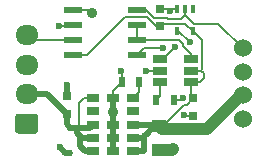
<source format=gtl>
G04 #@! TF.GenerationSoftware,KiCad,Pcbnew,(5.1.10)-1*
G04 #@! TF.CreationDate,2021-11-20T00:47:51+09:00*
G04 #@! TF.ProjectId,M5Stack_UnitV2_DCDC&RS485,4d355374-6163-46b5-9f55-6e697456325f,rev?*
G04 #@! TF.SameCoordinates,Original*
G04 #@! TF.FileFunction,Copper,L1,Top*
G04 #@! TF.FilePolarity,Positive*
%FSLAX46Y46*%
G04 Gerber Fmt 4.6, Leading zero omitted, Abs format (unit mm)*
G04 Created by KiCad (PCBNEW (5.1.10)-1) date 2021-11-20 00:47:51*
%MOMM*%
%LPD*%
G01*
G04 APERTURE LIST*
G04 #@! TA.AperFunction,SMDPad,CuDef*
%ADD10R,0.750000X0.800000*%
G04 #@! TD*
G04 #@! TA.AperFunction,SMDPad,CuDef*
%ADD11R,1.250000X1.000000*%
G04 #@! TD*
G04 #@! TA.AperFunction,SMDPad,CuDef*
%ADD12R,0.450000X0.600000*%
G04 #@! TD*
G04 #@! TA.AperFunction,ComponentPad*
%ADD13C,1.524000*%
G04 #@! TD*
G04 #@! TA.AperFunction,ComponentPad*
%ADD14O,1.950000X1.700000*%
G04 #@! TD*
G04 #@! TA.AperFunction,SMDPad,CuDef*
%ADD15R,0.500000X0.900000*%
G04 #@! TD*
G04 #@! TA.AperFunction,SMDPad,CuDef*
%ADD16R,0.400000X0.650000*%
G04 #@! TD*
G04 #@! TA.AperFunction,SMDPad,CuDef*
%ADD17R,1.220000X0.650000*%
G04 #@! TD*
G04 #@! TA.AperFunction,SMDPad,CuDef*
%ADD18R,1.550000X0.600000*%
G04 #@! TD*
G04 #@! TA.AperFunction,SMDPad,CuDef*
%ADD19R,1.100000X0.700000*%
G04 #@! TD*
G04 #@! TA.AperFunction,ViaPad*
%ADD20C,0.600000*%
G04 #@! TD*
G04 #@! TA.AperFunction,ViaPad*
%ADD21C,0.900000*%
G04 #@! TD*
G04 #@! TA.AperFunction,Conductor*
%ADD22C,0.200000*%
G04 #@! TD*
G04 #@! TA.AperFunction,Conductor*
%ADD23C,1.000000*%
G04 #@! TD*
G04 #@! TA.AperFunction,Conductor*
%ADD24C,0.500000*%
G04 #@! TD*
G04 APERTURE END LIST*
D10*
X135900000Y-54350000D03*
X135900000Y-55850000D03*
X133100000Y-46750000D03*
X133100000Y-48250000D03*
X125200000Y-55650000D03*
X125200000Y-54150000D03*
D11*
X133000000Y-58700000D03*
X133000000Y-56700000D03*
D12*
X125500000Y-58950000D03*
X125500000Y-56850000D03*
D13*
X140100000Y-56100000D03*
X140100000Y-54100000D03*
X140100000Y-52100000D03*
X140100000Y-50100000D03*
G04 #@! TA.AperFunction,ComponentPad*
G36*
G01*
X122525000Y-57350000D02*
X121075000Y-57350000D01*
G75*
G02*
X120825000Y-57100000I0J250000D01*
G01*
X120825000Y-55900000D01*
G75*
G02*
X121075000Y-55650000I250000J0D01*
G01*
X122525000Y-55650000D01*
G75*
G02*
X122775000Y-55900000I0J-250000D01*
G01*
X122775000Y-57100000D01*
G75*
G02*
X122525000Y-57350000I-250000J0D01*
G01*
G37*
G04 #@! TD.AperFunction*
D14*
X121800000Y-54000000D03*
X121800000Y-51500000D03*
X121800000Y-49000000D03*
D15*
X134250000Y-54500000D03*
X132750000Y-54500000D03*
X131350000Y-53000000D03*
X129850000Y-53000000D03*
D16*
X135850000Y-48650000D03*
X134550000Y-48650000D03*
X135200000Y-46750000D03*
X134550000Y-46750000D03*
X135850000Y-46750000D03*
D17*
X135710000Y-51050000D03*
X135710000Y-52000000D03*
X135710000Y-52950000D03*
X133090000Y-52950000D03*
X133090000Y-52000000D03*
X133090000Y-51050000D03*
D18*
X125700000Y-50705000D03*
X125700000Y-49435000D03*
X125700000Y-48165000D03*
X125700000Y-46895000D03*
X131100000Y-46895000D03*
X131100000Y-48165000D03*
X131100000Y-49435000D03*
X131100000Y-50705000D03*
D19*
X129100000Y-57750000D03*
X129100000Y-56600000D03*
X129100000Y-54350000D03*
X130800000Y-54350000D03*
X130800000Y-55450000D03*
X130800000Y-56600000D03*
X130800000Y-57750000D03*
X130800000Y-58850000D03*
X129100000Y-58850000D03*
X127400000Y-58850000D03*
X127400000Y-57750000D03*
X127400000Y-56600000D03*
X127400000Y-55450000D03*
X127400000Y-54350000D03*
D20*
X124600000Y-58500000D03*
X125200000Y-53200000D03*
X134200000Y-58600000D03*
X135100000Y-55800000D03*
X135000000Y-54300000D03*
X131900000Y-52000000D03*
X129800000Y-52000000D03*
D21*
X129100000Y-55500000D03*
X127300000Y-47100000D03*
D20*
X133906290Y-46981296D03*
X133375728Y-50075728D03*
X124500000Y-48200000D03*
X134400000Y-50000000D03*
X135600000Y-49600000D03*
D22*
X133025001Y-48024999D02*
X132800000Y-48250000D01*
X135850000Y-48650000D02*
X135224999Y-48024999D01*
X125700000Y-50705000D02*
X126944998Y-50705000D01*
X126944998Y-50705000D02*
X130149998Y-47500000D01*
X132719298Y-48250000D02*
X133000000Y-48250000D01*
X130149998Y-47500000D02*
X131969298Y-47500000D01*
X131969298Y-47500000D02*
X132719298Y-48250000D01*
X133325001Y-48024999D02*
X133100000Y-48250000D01*
X135224999Y-48024999D02*
X133325001Y-48024999D01*
X135900000Y-53140000D02*
X135710000Y-52950000D01*
X135710000Y-52950000D02*
X136450000Y-52950000D01*
X136450000Y-52950000D02*
X136800000Y-52600000D01*
X136800000Y-52600000D02*
X136800000Y-52200000D01*
X136600000Y-52000000D02*
X135710000Y-52000000D01*
X136800000Y-52200000D02*
X136600000Y-52000000D01*
D23*
X139936238Y-54100000D02*
X140100000Y-54100000D01*
D24*
X132500000Y-56600000D02*
X132600000Y-56700000D01*
X130800000Y-56600000D02*
X132500000Y-56600000D01*
X130800000Y-57750000D02*
X131550000Y-57750000D01*
D23*
X133250001Y-56950001D02*
X137086237Y-56950001D01*
X137086237Y-56950001D02*
X139936238Y-54100000D01*
X133000000Y-56700000D02*
X133250001Y-56950001D01*
D22*
X135710000Y-54160000D02*
X135900000Y-54350000D01*
X135710000Y-52950000D02*
X135710000Y-54160000D01*
X136620001Y-49420001D02*
X135850000Y-48650000D01*
X136620001Y-51899999D02*
X136620001Y-49420001D01*
X136520000Y-52000000D02*
X136620001Y-51899999D01*
X135710000Y-52000000D02*
X136520000Y-52000000D01*
D24*
X130800000Y-58850000D02*
X131750000Y-58850000D01*
X131750000Y-57550000D02*
X131950000Y-57350000D01*
X131750000Y-58850000D02*
X131750000Y-57550000D01*
X131950000Y-57350000D02*
X132600000Y-56700000D01*
X131550000Y-57750000D02*
X131950000Y-57350000D01*
D22*
X135111994Y-54900002D02*
X133311996Y-56700000D01*
X135900000Y-54350000D02*
X135349998Y-54900002D01*
X135349998Y-54900002D02*
X135111994Y-54900002D01*
X133311996Y-56700000D02*
X133000000Y-56700000D01*
X129100000Y-53750000D02*
X129850000Y-53000000D01*
X129100000Y-54350000D02*
X129100000Y-53750000D01*
D24*
X125050000Y-58950000D02*
X124600000Y-58500000D01*
X125500000Y-58950000D02*
X125050000Y-58950000D01*
X125200000Y-54150000D02*
X125200000Y-53200000D01*
D23*
X134100000Y-58700000D02*
X134200000Y-58600000D01*
X133000000Y-58700000D02*
X134100000Y-58700000D01*
D22*
X135900000Y-55850000D02*
X135150000Y-55850000D01*
X135150000Y-55850000D02*
X135100000Y-55800000D01*
X134800000Y-54500000D02*
X135000000Y-54300000D01*
X134250000Y-54500000D02*
X134800000Y-54500000D01*
X133090000Y-52000000D02*
X131900000Y-52000000D01*
X129850000Y-52050000D02*
X129800000Y-52000000D01*
X129850000Y-53000000D02*
X129850000Y-52050000D01*
D24*
X129100000Y-58850000D02*
X129100000Y-57750000D01*
X129100000Y-57750000D02*
X129100000Y-56600000D01*
X129100000Y-55500000D02*
X129100000Y-54350000D01*
X129100000Y-55500000D02*
X129100000Y-56600000D01*
D22*
X127095000Y-46895000D02*
X127300000Y-47100000D01*
X125700000Y-46895000D02*
X127095000Y-46895000D01*
X134550000Y-46750000D02*
X133100000Y-46750000D01*
X133674994Y-46750000D02*
X133906290Y-46981296D01*
X133100000Y-46750000D02*
X133674994Y-46750000D01*
D24*
X121800000Y-54000000D02*
X122650000Y-54000000D01*
X127150000Y-56850000D02*
X127400000Y-56600000D01*
X127400000Y-57750000D02*
X126550000Y-57750000D01*
X126050000Y-57250000D02*
X126050000Y-56850000D01*
X125500000Y-56850000D02*
X126050000Y-56850000D01*
X127400000Y-58850000D02*
X126750000Y-58850000D01*
X126300000Y-58400000D02*
X126300000Y-57500000D01*
X126750000Y-58850000D02*
X126300000Y-58400000D01*
X126300000Y-57500000D02*
X126050000Y-57250000D01*
X126550000Y-57750000D02*
X126300000Y-57500000D01*
D22*
X126250000Y-54750000D02*
X126250000Y-56850000D01*
X126650000Y-54350000D02*
X126250000Y-54750000D01*
X127400000Y-54350000D02*
X126650000Y-54350000D01*
D24*
X126250000Y-56850000D02*
X127150000Y-56850000D01*
X126050000Y-56850000D02*
X126250000Y-56850000D01*
X123550000Y-54000000D02*
X125200000Y-55650000D01*
X121800000Y-54000000D02*
X123550000Y-54000000D01*
X125200000Y-56550000D02*
X125500000Y-56850000D01*
X125200000Y-55650000D02*
X125200000Y-56550000D01*
D22*
X131100000Y-50705000D02*
X131729272Y-50075728D01*
X131729272Y-50075728D02*
X133375728Y-50075728D01*
X135200000Y-47275000D02*
X135200000Y-46750000D01*
X135949999Y-48024999D02*
X135200000Y-47275000D01*
X138024999Y-48024999D02*
X135949999Y-48024999D01*
X140100000Y-50100000D02*
X138024999Y-48024999D01*
X131100000Y-46895000D02*
X131660700Y-46895000D01*
X131100000Y-46895000D02*
X131929998Y-46895000D01*
X131929998Y-46895000D02*
X132584997Y-47549999D01*
X132584997Y-47549999D02*
X133715001Y-47549999D01*
X133775001Y-47609999D02*
X134865001Y-47609999D01*
X133715001Y-47549999D02*
X133775001Y-47609999D01*
X134865001Y-47609999D02*
X135200000Y-47275000D01*
X125665000Y-48200000D02*
X125700000Y-48165000D01*
X124500000Y-48200000D02*
X125665000Y-48200000D01*
X123784321Y-49435000D02*
X125700000Y-49435000D01*
X122235000Y-49435000D02*
X123784321Y-49435000D01*
X121800000Y-49000000D02*
X122235000Y-49435000D01*
X133090000Y-54160000D02*
X132750000Y-54500000D01*
X133090000Y-52950000D02*
X133090000Y-54160000D01*
X131350000Y-53800000D02*
X130800000Y-54350000D01*
X131350000Y-53000000D02*
X131350000Y-53800000D01*
X133350000Y-51050000D02*
X134400000Y-50000000D01*
X133090000Y-51050000D02*
X133350000Y-51050000D01*
X134650000Y-48650000D02*
X135600000Y-49600000D01*
X134550000Y-48650000D02*
X134650000Y-48650000D01*
X131100000Y-48165000D02*
X131100000Y-49435000D01*
X134999998Y-49888002D02*
X135710000Y-50598004D01*
X131100000Y-49435000D02*
X131135002Y-49399998D01*
X131135002Y-49399998D02*
X134688002Y-49399998D01*
X134688002Y-49399998D02*
X134999998Y-49711994D01*
X134999998Y-49711994D02*
X134999998Y-49888002D01*
X135710000Y-50598004D02*
X135710000Y-51050000D01*
M02*

</source>
